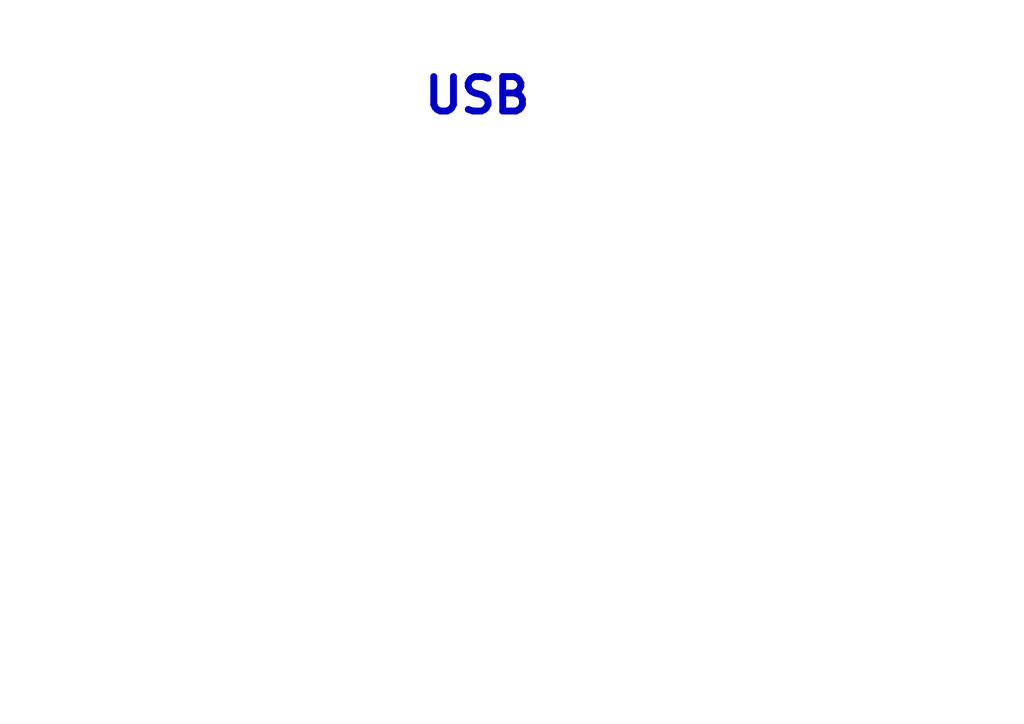
<source format=kicad_sch>
(kicad_sch
	(version 20231120)
	(generator "eeschema")
	(generator_version "8.0")
	(uuid "a9bd4473-be2f-4c25-86fe-9d20c55c7b17")
	(paper "A4")
	(lib_symbols)
	(text "USB"
		(exclude_from_sim no)
		(at 138.43 27.94 0)
		(effects
			(font
				(size 10 10)
				(thickness 2)
				(bold yes)
			)
		)
		(uuid "15a5f3c1-e983-44f6-bdcf-b1eb2d94b0a4")
	)
)

</source>
